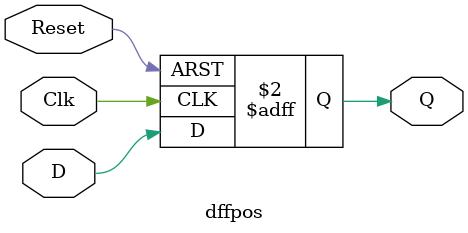
<source format=v>
module dffpos(D, Clk, Reset, Q);
input D, Clk, Reset;
output reg Q;
always@(posedge Reset or posedge Clk)
	if(Reset)
		Q <= 0;
	else if(Clk)
		Q <= D;
endmodule

</source>
